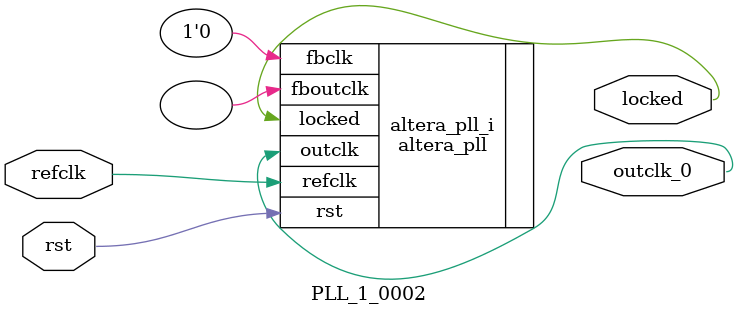
<source format=v>
`timescale 1ns/10ps
module  PLL_1_0002(

	// interface 'refclk'
	input wire refclk,

	// interface 'reset'
	input wire rst,

	// interface 'outclk0'
	output wire outclk_0,

	// interface 'locked'
	output wire locked
);

	altera_pll #(
		.fractional_vco_multiplier("false"),
		.reference_clock_frequency("200.0 MHz"),
		.operation_mode("direct"),
		.number_of_clocks(1),
		.output_clock_frequency0("65.000000 MHz"),
		.phase_shift0("0 ps"),
		.duty_cycle0(50),
		.output_clock_frequency1("0 MHz"),
		.phase_shift1("0 ps"),
		.duty_cycle1(50),
		.output_clock_frequency2("0 MHz"),
		.phase_shift2("0 ps"),
		.duty_cycle2(50),
		.output_clock_frequency3("0 MHz"),
		.phase_shift3("0 ps"),
		.duty_cycle3(50),
		.output_clock_frequency4("0 MHz"),
		.phase_shift4("0 ps"),
		.duty_cycle4(50),
		.output_clock_frequency5("0 MHz"),
		.phase_shift5("0 ps"),
		.duty_cycle5(50),
		.output_clock_frequency6("0 MHz"),
		.phase_shift6("0 ps"),
		.duty_cycle6(50),
		.output_clock_frequency7("0 MHz"),
		.phase_shift7("0 ps"),
		.duty_cycle7(50),
		.output_clock_frequency8("0 MHz"),
		.phase_shift8("0 ps"),
		.duty_cycle8(50),
		.output_clock_frequency9("0 MHz"),
		.phase_shift9("0 ps"),
		.duty_cycle9(50),
		.output_clock_frequency10("0 MHz"),
		.phase_shift10("0 ps"),
		.duty_cycle10(50),
		.output_clock_frequency11("0 MHz"),
		.phase_shift11("0 ps"),
		.duty_cycle11(50),
		.output_clock_frequency12("0 MHz"),
		.phase_shift12("0 ps"),
		.duty_cycle12(50),
		.output_clock_frequency13("0 MHz"),
		.phase_shift13("0 ps"),
		.duty_cycle13(50),
		.output_clock_frequency14("0 MHz"),
		.phase_shift14("0 ps"),
		.duty_cycle14(50),
		.output_clock_frequency15("0 MHz"),
		.phase_shift15("0 ps"),
		.duty_cycle15(50),
		.output_clock_frequency16("0 MHz"),
		.phase_shift16("0 ps"),
		.duty_cycle16(50),
		.output_clock_frequency17("0 MHz"),
		.phase_shift17("0 ps"),
		.duty_cycle17(50),
		.pll_type("General"),
		.pll_subtype("General")
	) altera_pll_i (
		.rst	(rst),
		.outclk	({outclk_0}),
		.locked	(locked),
		.fboutclk	( ),
		.fbclk	(1'b0),
		.refclk	(refclk)
	);
endmodule


</source>
